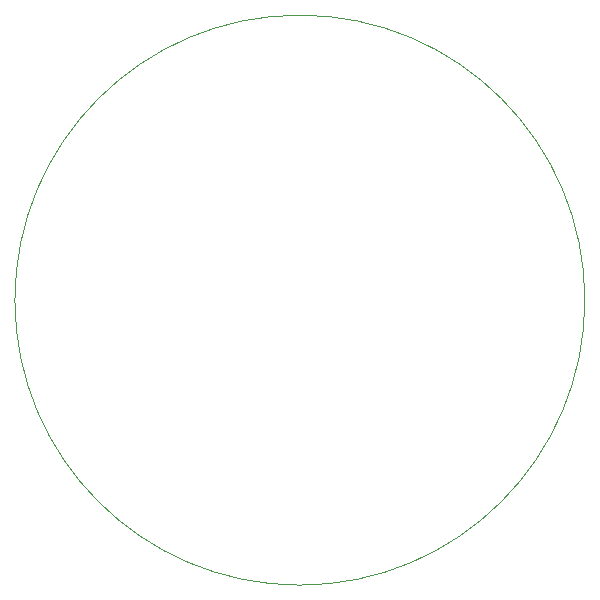
<source format=gbr>
G04 (created by PCBNEW (2013-07-07 BZR 4022)-stable) date 6/29/2014 1:08:28 PM*
%MOIN*%
G04 Gerber Fmt 3.4, Leading zero omitted, Abs format*
%FSLAX34Y34*%
G01*
G70*
G90*
G04 APERTURE LIST*
%ADD10C,0.00590551*%
%ADD11C,0.00393701*%
G04 APERTURE END LIST*
G54D10*
G54D11*
X91250Y-62000D02*
G75*
G03X91250Y-62000I-9500J0D01*
G74*
G01*
M02*

</source>
